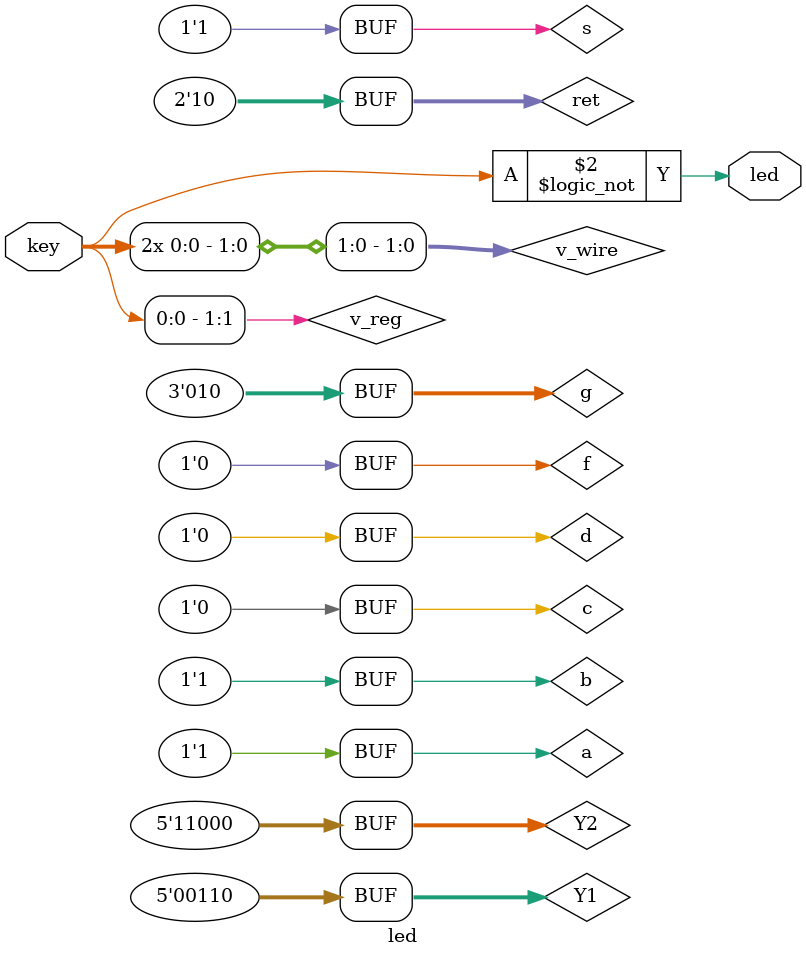
<source format=v>
module led(  // 该括号内对 io口 以及类型 进行说明
    input key,  // 默认为 wire 型
    output reg led  // 因为需要再always中改变状态, 需要设置为寄存器型
);

parameter WIDTH = 5;  // 定义一个内部常量, 可以供模块式用, 当然你这个变量可以在外部被修改, 编译的时候使用


wire [WIDTH:0] tmp1, tmp2;  // 定义两个 线类型信号, 宽度为 常量 WIDTH

reg [WIDTH:0]v_reg;  // 定义一个 寄存器类型, 宽度为 6bit  寄存器类型在下一次触发机制到来之前, 保留原值
wire [WIDTH:0]v_wire;  // 定义一个 线类型, 宽度为 6bit

always @(*) begin  // * 表示内部的任何变量发生变化的时候, 就会并行执行该 block, 但是排除左值(可能会发生震荡?)
                   // 该块 没有带时钟信号, 虽然内部产生的信号定义还是 reg型的, 但是他并没有产生时序逻辑, 还是组合逻辑, 只有带时钟信号之后, 才会使用真正的存储单元/寄存器
                   // begin ... end 表示改语句是一个块, 块内的语句是一体的, 如果没有begin ... end, 则只会执行 always 下面紧挨着的 1行!
    led = !key;    // 对reg 类型变量 阻塞赋值, 他执行完毕, 才会执行下面的

    v_reg[1] = key;
    // v_wire[1] = key;  // 不能 对 wire 类型 进行赋值, wire类型是用来连接各种门的信号线, 他只能使用 assign进行连线
end

// assign v_reg[0] = key;  // 寄存器类型 不能进行 连线, 他只能在 always中进行赋值
assign v_wire[0] = key;
assign v_wire[1] = v_reg[1];  // 把 v_wire 线中 下标1的位置直接连到 v_reg寄存器中的下标1



// 信号的位宽
//     信号宽度默认是 1bit, 可以省略不写, 注意 位宽不是 数的位数这通常在非二进制数中容易造成混淆
parameter w_1 = 4'd4;  // 这个是 4位宽, 而不是由4位数, 这个变量实际也是 0'b0100
wire c;
assign c = 1'b1 + 1'b1;  // c的宽度是 1bit, 这个加法溢出了, 溢出的丢失, 所以c 是 1'b0

wire f;
assign f = 1 + 1;  // 这里的 1没有些宽度, 默认是32位宽, 但是wire 默认是1位宽, 所以 溢出的全部舍去  f为 1'b10

wire [2:0]g;
assign g = 1'b1 + 1'b1; // 位宽受到左值的影响, 这里 1'b1 + 1'b1 虽然溢出了, 但是却能保存下来, 此时g的值是 2'b10

wire a;
wire b;
wire d;
wire s;
assign a = 1'b1;
assign b = 1'b1;
assign {s, d} = a + b;  // 也会溢出, 我们把进位保存起来到 s

wire [1:0]ret;
assign {ret[1], ret[0]} = a + b;  // 把结果和进位 拼接到位宽为 2 的 ret中



// 逻辑运算
wire [2:0]l_a;
wire [2:0]l_b;
wire l_c;
assign l_c =  l_a && l_b;  // l_a会被认为是一个整体, 这段代码会生成   (l_a[0] || l_a[0] || l_a[0]) && (l_ab0] || l_b[0] || l_b[0])  也就是按位或之后再与,       l_a || l_b 与之相同的逻辑 不过是 按位或之后, 再或

// 按位逻辑运算符
// 单目的按位与, 被与数的左侧 没有操作数
wire [4:0] W, V;
assign V = &W;  // 这里只是单纯的与W, 注意这里是把 W每位进行相与, 其实就是 V = W[3] & W[2] & W[1] & W[0], 如果 A等于 0b0110, 那么C 就等于 4'b0;

// 双目按位与
wire [4:0]U;
assign U = W & V; // 连个操作数 按位相与 赋值给U, 如果某个操作数宽度不够, 则对宽度小的操作数在左侧补0


// 逻辑运算符 && || ! 只有1或者0 两个结果, 而 | & ^ ~ 则可以对多位进行操作得到多位的结果


// 比较运算符
// 比较的时候如果操作数其中有一位是x或者z, 那么结果就是未知 x


// 移位运算, 移位的操作是补零
// 移位操作是不消耗资源的, 他只是线的连接, 不过如果移位宽度是一个变量而不是常量, 那么综合出来可能会使用多路选择器来控制选择移多少位
wire [4:0]Y1;
wire [4:0]Y2;
assign Y1 = 4'b0110;
assign Y2 = Y1 << 2;  // 移位运算符 也要受到 位宽的约束, 这里Y2位宽是4, 所以Y1的值左移两位 传给 Y2, Y2此时的值是 1000, 内部其实就是把Y2[3:2] 直接连到 Y1上的最低两位[1:0]


// 切片/选择语句, a可以是一个可以变的数, 但是b 必须是一个常数
// [a-: b]   表示获取 从 a开始获取比a下标小的数, 一共获取 b位
// [a+: b]   表示获取 比a下标大的数, 一共获取 b位
wire [16:0] Slice;
// Slice[6-:3]  等同于 Slice[6:4]
// Slice[2+:3]  等同于 Slice[4:2]


// 拼接运算符
// 拼接运算符不允许不写位宽!!    {A[0], 5}   后面的5没有写位宽是禁止的 因为默认是32位或者不知道多少位拼接在一起了

endmodule
</source>
